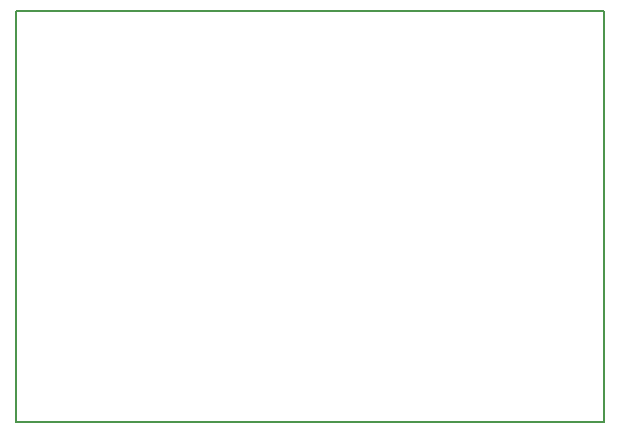
<source format=gbo>
G04 MADE WITH FRITZING*
G04 WWW.FRITZING.ORG*
G04 DOUBLE SIDED*
G04 HOLES PLATED*
G04 CONTOUR ON CENTER OF CONTOUR VECTOR*
%ASAXBY*%
%FSLAX23Y23*%
%MOIN*%
%OFA0B0*%
%SFA1.0B1.0*%
%ADD10R,1.968500X1.377950X1.952500X1.361950*%
%ADD11C,0.008000*%
%LNSILK0*%
G90*
G70*
G54D11*
X4Y1374D02*
X1965Y1374D01*
X1965Y4D01*
X4Y4D01*
X4Y1374D01*
D02*
G04 End of Silk0*
M02*
</source>
